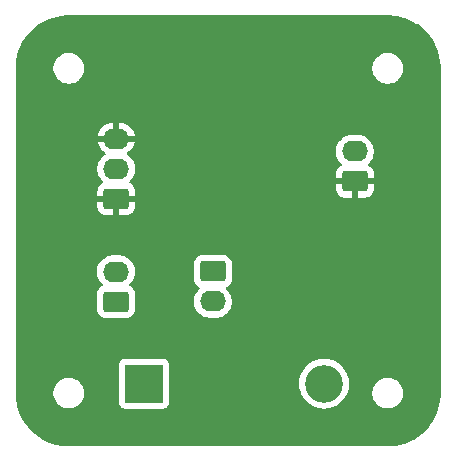
<source format=gbr>
%TF.GenerationSoftware,KiCad,Pcbnew,8.0.5*%
%TF.CreationDate,2024-09-30T19:38:02-05:00*%
%TF.ProjectId,HornProject_v0.0,486f726e-5072-46f6-9a65-63745f76302e,0.0*%
%TF.SameCoordinates,Original*%
%TF.FileFunction,Copper,L2,Bot*%
%TF.FilePolarity,Positive*%
%FSLAX46Y46*%
G04 Gerber Fmt 4.6, Leading zero omitted, Abs format (unit mm)*
G04 Created by KiCad (PCBNEW 8.0.5) date 2024-09-30 19:38:02*
%MOMM*%
%LPD*%
G01*
G04 APERTURE LIST*
G04 Aperture macros list*
%AMRoundRect*
0 Rectangle with rounded corners*
0 $1 Rounding radius*
0 $2 $3 $4 $5 $6 $7 $8 $9 X,Y pos of 4 corners*
0 Add a 4 corners polygon primitive as box body*
4,1,4,$2,$3,$4,$5,$6,$7,$8,$9,$2,$3,0*
0 Add four circle primitives for the rounded corners*
1,1,$1+$1,$2,$3*
1,1,$1+$1,$4,$5*
1,1,$1+$1,$6,$7*
1,1,$1+$1,$8,$9*
0 Add four rect primitives between the rounded corners*
20,1,$1+$1,$2,$3,$4,$5,0*
20,1,$1+$1,$4,$5,$6,$7,0*
20,1,$1+$1,$6,$7,$8,$9,0*
20,1,$1+$1,$8,$9,$2,$3,0*%
G04 Aperture macros list end*
%TA.AperFunction,ComponentPad*%
%ADD10RoundRect,0.250000X0.845000X-0.620000X0.845000X0.620000X-0.845000X0.620000X-0.845000X-0.620000X0*%
%TD*%
%TA.AperFunction,ComponentPad*%
%ADD11O,2.190000X1.740000*%
%TD*%
%TA.AperFunction,ComponentPad*%
%ADD12RoundRect,0.250000X-0.845000X0.620000X-0.845000X-0.620000X0.845000X-0.620000X0.845000X0.620000X0*%
%TD*%
%TA.AperFunction,ComponentPad*%
%ADD13R,3.200000X3.200000*%
%TD*%
%TA.AperFunction,ComponentPad*%
%ADD14O,3.200000X3.200000*%
%TD*%
%TA.AperFunction,ViaPad*%
%ADD15C,0.800000*%
%TD*%
G04 APERTURE END LIST*
D10*
%TO.P,Power_Connectors1,1,Pin_1*%
%TO.N,GND*%
X40020000Y-49540000D03*
D11*
%TO.P,Power_Connectors1,2,Pin_2*%
%TO.N,Net-(Power_Connectors1-Pin_2)*%
X40020000Y-47000000D03*
%TO.P,Power_Connectors1,3,Pin_3*%
%TO.N,GND*%
X40020000Y-44460000D03*
%TD*%
D10*
%TO.P,Horn_Out1,1,Pin_1*%
%TO.N,Net-(Horn_Out1-Pin_1)*%
X40000000Y-58250000D03*
D11*
%TO.P,Horn_Out1,2,Pin_2*%
%TO.N,+24V*%
X40000000Y-55710000D03*
%TD*%
D12*
%TO.P,Horn_Out2,1,Pin_1*%
%TO.N,/Horn Out*%
X48200000Y-55700000D03*
D11*
%TO.P,Horn_Out2,2,Pin_2*%
%TO.N,Net-(Horn_Out2-Pin_2)*%
X48200000Y-58240000D03*
%TD*%
D10*
%TO.P,Horn_Control1,1,Pin_1*%
%TO.N,GND*%
X60220000Y-48070000D03*
D11*
%TO.P,Horn_Control1,2,Pin_2*%
%TO.N,/Horn Control*%
X60220000Y-45530000D03*
%TD*%
D13*
%TO.P,Rectifier_Diode1,1,K*%
%TO.N,Net-(Horn_Out1-Pin_1)*%
X42380000Y-65200000D03*
D14*
%TO.P,Rectifier_Diode1,2,A*%
%TO.N,Net-(Horn_Out2-Pin_2)*%
X57620000Y-65200000D03*
%TD*%
D15*
%TO.N,GND*%
X56500000Y-53000000D03*
%TD*%
%TA.AperFunction,Conductor*%
%TO.N,GND*%
G36*
X63000692Y-34000007D02*
G01*
X63202929Y-34002343D01*
X63212931Y-34002863D01*
X63616336Y-34040244D01*
X63627654Y-34041823D01*
X63995590Y-34110602D01*
X64025200Y-34116137D01*
X64036351Y-34118760D01*
X64425313Y-34229429D01*
X64436151Y-34233061D01*
X64813285Y-34379164D01*
X64823747Y-34383784D01*
X65185760Y-34564044D01*
X65195748Y-34569607D01*
X65432071Y-34715932D01*
X65539599Y-34782511D01*
X65549048Y-34788984D01*
X65871779Y-35032699D01*
X65880580Y-35040008D01*
X66179448Y-35312462D01*
X66187542Y-35320556D01*
X66459987Y-35619414D01*
X66467304Y-35628225D01*
X66711015Y-35950951D01*
X66717488Y-35960400D01*
X66930387Y-36304242D01*
X66935960Y-36314249D01*
X67116211Y-36676244D01*
X67120838Y-36686721D01*
X67266934Y-37063837D01*
X67270573Y-37074697D01*
X67381239Y-37463650D01*
X67383862Y-37474799D01*
X67458174Y-37872332D01*
X67459756Y-37883676D01*
X67497135Y-38287064D01*
X67497656Y-38297073D01*
X67499992Y-38499307D01*
X67500000Y-38500739D01*
X67500000Y-65999260D01*
X67499992Y-66000692D01*
X67497656Y-66202926D01*
X67497135Y-66212935D01*
X67459756Y-66616323D01*
X67458174Y-66627667D01*
X67383862Y-67025200D01*
X67381239Y-67036349D01*
X67270573Y-67425302D01*
X67266934Y-67436162D01*
X67120838Y-67813278D01*
X67116211Y-67823755D01*
X66935960Y-68185750D01*
X66930387Y-68195757D01*
X66717488Y-68539599D01*
X66711015Y-68549048D01*
X66467304Y-68871774D01*
X66459987Y-68880585D01*
X66187542Y-69179443D01*
X66179443Y-69187542D01*
X65880585Y-69459987D01*
X65871774Y-69467304D01*
X65549048Y-69711015D01*
X65539599Y-69717488D01*
X65195757Y-69930387D01*
X65185750Y-69935960D01*
X64823755Y-70116211D01*
X64813278Y-70120838D01*
X64436162Y-70266934D01*
X64425302Y-70270573D01*
X64036349Y-70381239D01*
X64025200Y-70383862D01*
X63627667Y-70458174D01*
X63616323Y-70459756D01*
X63212935Y-70497135D01*
X63202926Y-70497656D01*
X63000693Y-70499992D01*
X62999261Y-70500000D01*
X36000739Y-70500000D01*
X35999307Y-70499992D01*
X35797073Y-70497656D01*
X35787064Y-70497135D01*
X35383676Y-70459756D01*
X35372332Y-70458174D01*
X34974799Y-70383862D01*
X34963650Y-70381239D01*
X34574697Y-70270573D01*
X34563837Y-70266934D01*
X34186721Y-70120838D01*
X34176244Y-70116211D01*
X33814249Y-69935960D01*
X33804242Y-69930387D01*
X33460400Y-69717488D01*
X33450951Y-69711015D01*
X33128225Y-69467304D01*
X33119414Y-69459987D01*
X32820556Y-69187542D01*
X32812457Y-69179443D01*
X32540012Y-68880585D01*
X32532695Y-68871774D01*
X32288984Y-68549048D01*
X32282511Y-68539599D01*
X32215932Y-68432071D01*
X32069607Y-68195748D01*
X32064044Y-68185760D01*
X31883784Y-67823747D01*
X31879161Y-67813278D01*
X31733061Y-67436151D01*
X31729429Y-67425313D01*
X31618760Y-67036349D01*
X31616137Y-67025200D01*
X31583132Y-66848637D01*
X31541823Y-66627654D01*
X31540244Y-66616336D01*
X31502863Y-66212931D01*
X31502343Y-66202926D01*
X31500008Y-66000692D01*
X31500000Y-65999260D01*
X31500000Y-65897648D01*
X34699500Y-65897648D01*
X34699500Y-66102351D01*
X34731522Y-66304534D01*
X34794781Y-66499223D01*
X34887715Y-66681613D01*
X35008028Y-66847213D01*
X35152786Y-66991971D01*
X35307749Y-67104556D01*
X35318390Y-67112287D01*
X35418430Y-67163260D01*
X35500776Y-67205218D01*
X35500778Y-67205218D01*
X35500781Y-67205220D01*
X35605137Y-67239127D01*
X35695465Y-67268477D01*
X35796557Y-67284488D01*
X35897648Y-67300500D01*
X35897649Y-67300500D01*
X36102351Y-67300500D01*
X36102352Y-67300500D01*
X36304534Y-67268477D01*
X36499219Y-67205220D01*
X36681610Y-67112287D01*
X36801476Y-67025200D01*
X36847213Y-66991971D01*
X36847215Y-66991968D01*
X36847219Y-66991966D01*
X36991966Y-66847219D01*
X36991968Y-66847215D01*
X36991971Y-66847213D01*
X37044732Y-66774590D01*
X37112287Y-66681610D01*
X37205220Y-66499219D01*
X37268477Y-66304534D01*
X37300500Y-66102352D01*
X37300500Y-65897648D01*
X37268477Y-65695466D01*
X37205220Y-65500781D01*
X37205218Y-65500778D01*
X37205218Y-65500776D01*
X37171503Y-65434607D01*
X37112287Y-65318390D01*
X37104556Y-65307749D01*
X36991971Y-65152786D01*
X36847213Y-65008028D01*
X36681613Y-64887715D01*
X36681612Y-64887714D01*
X36681610Y-64887713D01*
X36624653Y-64858691D01*
X36499223Y-64794781D01*
X36304534Y-64731522D01*
X36129995Y-64703878D01*
X36102352Y-64699500D01*
X35897648Y-64699500D01*
X35873329Y-64703351D01*
X35695465Y-64731522D01*
X35500776Y-64794781D01*
X35318386Y-64887715D01*
X35152786Y-65008028D01*
X35008028Y-65152786D01*
X34887715Y-65318386D01*
X34794781Y-65500776D01*
X34731522Y-65695465D01*
X34699500Y-65897648D01*
X31500000Y-65897648D01*
X31500000Y-63551345D01*
X40271500Y-63551345D01*
X40271500Y-66848654D01*
X40278011Y-66909202D01*
X40278011Y-66909204D01*
X40321277Y-67025200D01*
X40329111Y-67046204D01*
X40416739Y-67163261D01*
X40533796Y-67250889D01*
X40670799Y-67301989D01*
X40698050Y-67304918D01*
X40731345Y-67308499D01*
X40731362Y-67308500D01*
X44028638Y-67308500D01*
X44028654Y-67308499D01*
X44055692Y-67305591D01*
X44089201Y-67301989D01*
X44226204Y-67250889D01*
X44343261Y-67163261D01*
X44430889Y-67046204D01*
X44481989Y-66909201D01*
X44485591Y-66875692D01*
X44488499Y-66848654D01*
X44488500Y-66848637D01*
X44488500Y-65200000D01*
X55506573Y-65200000D01*
X55526257Y-65487778D01*
X55526258Y-65487780D01*
X55584941Y-65770185D01*
X55584946Y-65770201D01*
X55630241Y-65897648D01*
X55681541Y-66041992D01*
X55814247Y-66298103D01*
X55980591Y-66533758D01*
X55980595Y-66533762D01*
X55980595Y-66533763D01*
X56177477Y-66744571D01*
X56305412Y-66848654D01*
X56401228Y-66926606D01*
X56647686Y-67076481D01*
X56647688Y-67076482D01*
X56647690Y-67076483D01*
X56824066Y-67153093D01*
X56912256Y-67191400D01*
X57190011Y-67269223D01*
X57428404Y-67301989D01*
X57475774Y-67308500D01*
X57475775Y-67308500D01*
X57764226Y-67308500D01*
X57811596Y-67301989D01*
X58049989Y-67269223D01*
X58327744Y-67191400D01*
X58592314Y-67076481D01*
X58838772Y-66926606D01*
X59062526Y-66744568D01*
X59259409Y-66533758D01*
X59425753Y-66298103D01*
X59558459Y-66041992D01*
X59609759Y-65897648D01*
X61699500Y-65897648D01*
X61699500Y-66102351D01*
X61731522Y-66304534D01*
X61794781Y-66499223D01*
X61887715Y-66681613D01*
X62008028Y-66847213D01*
X62152786Y-66991971D01*
X62307749Y-67104556D01*
X62318390Y-67112287D01*
X62418430Y-67163260D01*
X62500776Y-67205218D01*
X62500778Y-67205218D01*
X62500781Y-67205220D01*
X62605137Y-67239127D01*
X62695465Y-67268477D01*
X62796557Y-67284488D01*
X62897648Y-67300500D01*
X62897649Y-67300500D01*
X63102351Y-67300500D01*
X63102352Y-67300500D01*
X63304534Y-67268477D01*
X63499219Y-67205220D01*
X63681610Y-67112287D01*
X63801476Y-67025200D01*
X63847213Y-66991971D01*
X63847215Y-66991968D01*
X63847219Y-66991966D01*
X63991966Y-66847219D01*
X63991968Y-66847215D01*
X63991971Y-66847213D01*
X64044732Y-66774590D01*
X64112287Y-66681610D01*
X64205220Y-66499219D01*
X64268477Y-66304534D01*
X64300500Y-66102352D01*
X64300500Y-65897648D01*
X64268477Y-65695466D01*
X64205220Y-65500781D01*
X64205218Y-65500778D01*
X64205218Y-65500776D01*
X64171503Y-65434607D01*
X64112287Y-65318390D01*
X64104556Y-65307749D01*
X63991971Y-65152786D01*
X63847213Y-65008028D01*
X63681613Y-64887715D01*
X63681612Y-64887714D01*
X63681610Y-64887713D01*
X63624653Y-64858691D01*
X63499223Y-64794781D01*
X63304534Y-64731522D01*
X63129995Y-64703878D01*
X63102352Y-64699500D01*
X62897648Y-64699500D01*
X62873329Y-64703351D01*
X62695465Y-64731522D01*
X62500776Y-64794781D01*
X62318386Y-64887715D01*
X62152786Y-65008028D01*
X62008028Y-65152786D01*
X61887715Y-65318386D01*
X61794781Y-65500776D01*
X61731522Y-65695465D01*
X61699500Y-65897648D01*
X59609759Y-65897648D01*
X59655055Y-65770196D01*
X59655055Y-65770191D01*
X59655058Y-65770185D01*
X59687331Y-65614870D01*
X59713742Y-65487778D01*
X59733427Y-65200000D01*
X59713742Y-64912222D01*
X59689337Y-64794780D01*
X59655058Y-64629814D01*
X59655053Y-64629798D01*
X59558459Y-64358009D01*
X59558459Y-64358008D01*
X59425753Y-64101897D01*
X59259409Y-63866242D01*
X59259404Y-63866236D01*
X59062522Y-63655428D01*
X58838771Y-63473393D01*
X58592309Y-63323516D01*
X58327745Y-63208600D01*
X58049995Y-63130778D01*
X58049990Y-63130777D01*
X58049989Y-63130777D01*
X57907107Y-63111138D01*
X57764226Y-63091500D01*
X57764225Y-63091500D01*
X57475775Y-63091500D01*
X57475774Y-63091500D01*
X57190011Y-63130777D01*
X57190004Y-63130778D01*
X56912254Y-63208600D01*
X56647690Y-63323516D01*
X56401228Y-63473393D01*
X56177477Y-63655428D01*
X55980595Y-63866236D01*
X55980595Y-63866237D01*
X55814247Y-64101896D01*
X55681540Y-64358009D01*
X55584946Y-64629798D01*
X55584941Y-64629814D01*
X55526258Y-64912219D01*
X55526257Y-64912221D01*
X55506573Y-65200000D01*
X44488500Y-65200000D01*
X44488500Y-63551362D01*
X44488499Y-63551345D01*
X44485157Y-63520270D01*
X44481989Y-63490799D01*
X44475497Y-63473394D01*
X44459522Y-63430564D01*
X44430889Y-63353796D01*
X44343261Y-63236739D01*
X44226204Y-63149111D01*
X44089203Y-63098011D01*
X44028654Y-63091500D01*
X44028638Y-63091500D01*
X40731362Y-63091500D01*
X40731345Y-63091500D01*
X40670797Y-63098011D01*
X40670795Y-63098011D01*
X40533795Y-63149111D01*
X40416739Y-63236739D01*
X40329111Y-63353795D01*
X40278011Y-63490795D01*
X40278011Y-63490797D01*
X40271500Y-63551345D01*
X31500000Y-63551345D01*
X31500000Y-55601504D01*
X38396500Y-55601504D01*
X38396500Y-55818495D01*
X38430442Y-56032796D01*
X38430443Y-56032800D01*
X38497494Y-56239160D01*
X38596001Y-56432492D01*
X38723539Y-56608033D01*
X38723541Y-56608035D01*
X38858139Y-56742633D01*
X38891624Y-56803956D01*
X38886640Y-56873648D01*
X38844768Y-56929581D01*
X38835556Y-56935852D01*
X38681348Y-57030969D01*
X38555971Y-57156346D01*
X38462886Y-57307259D01*
X38462884Y-57307264D01*
X38407113Y-57475572D01*
X38396500Y-57579447D01*
X38396500Y-58920537D01*
X38396501Y-58920553D01*
X38407113Y-59024427D01*
X38462884Y-59192735D01*
X38462885Y-59192738D01*
X38555970Y-59343652D01*
X38681348Y-59469030D01*
X38832262Y-59562115D01*
X39000574Y-59617887D01*
X39104455Y-59628500D01*
X40895544Y-59628499D01*
X40999426Y-59617887D01*
X41167738Y-59562115D01*
X41318652Y-59469030D01*
X41444030Y-59343652D01*
X41537115Y-59192738D01*
X41592887Y-59024426D01*
X41603500Y-58920545D01*
X41603499Y-57579456D01*
X41592887Y-57475574D01*
X41537115Y-57307262D01*
X41444030Y-57156348D01*
X41318652Y-57030970D01*
X41318648Y-57030967D01*
X41164444Y-56935852D01*
X41117719Y-56883904D01*
X41106498Y-56814942D01*
X41134341Y-56750860D01*
X41141838Y-56742655D01*
X41276461Y-56608033D01*
X41403999Y-56432492D01*
X41502506Y-56239160D01*
X41569557Y-56032800D01*
X41584642Y-55937551D01*
X41603500Y-55818495D01*
X41603500Y-55601504D01*
X41569557Y-55387203D01*
X41569557Y-55387200D01*
X41502506Y-55180840D01*
X41425368Y-55029447D01*
X46596500Y-55029447D01*
X46596500Y-56370537D01*
X46596501Y-56370553D01*
X46602829Y-56432492D01*
X46607113Y-56474426D01*
X46662885Y-56642738D01*
X46736114Y-56761461D01*
X46755971Y-56793653D01*
X46881347Y-56919029D01*
X46881351Y-56919032D01*
X47035555Y-57014147D01*
X47082280Y-57066095D01*
X47093501Y-57135057D01*
X47065658Y-57199139D01*
X47058140Y-57207366D01*
X46923538Y-57341968D01*
X46796001Y-57517507D01*
X46697495Y-57710837D01*
X46630442Y-57917203D01*
X46596500Y-58131504D01*
X46596500Y-58348495D01*
X46630442Y-58562796D01*
X46630443Y-58562800D01*
X46697494Y-58769160D01*
X46796001Y-58962492D01*
X46923539Y-59138033D01*
X47076967Y-59291461D01*
X47252508Y-59418999D01*
X47445840Y-59517506D01*
X47652200Y-59584557D01*
X47732566Y-59597285D01*
X47866505Y-59618500D01*
X47866510Y-59618500D01*
X48533495Y-59618500D01*
X48652551Y-59599642D01*
X48747800Y-59584557D01*
X48954160Y-59517506D01*
X49147492Y-59418999D01*
X49323033Y-59291461D01*
X49476461Y-59138033D01*
X49603999Y-58962492D01*
X49702506Y-58769160D01*
X49769557Y-58562800D01*
X49784642Y-58467551D01*
X49803500Y-58348495D01*
X49803500Y-58131504D01*
X49769557Y-57917203D01*
X49769557Y-57917200D01*
X49702506Y-57710840D01*
X49603999Y-57517508D01*
X49476461Y-57341967D01*
X49341860Y-57207366D01*
X49308375Y-57146043D01*
X49313359Y-57076351D01*
X49355231Y-57020418D01*
X49364444Y-57014146D01*
X49367735Y-57012115D01*
X49367738Y-57012115D01*
X49518652Y-56919030D01*
X49644030Y-56793652D01*
X49737115Y-56642738D01*
X49792887Y-56474426D01*
X49803500Y-56370545D01*
X49803499Y-55029456D01*
X49792887Y-54925574D01*
X49737115Y-54757262D01*
X49644030Y-54606348D01*
X49518652Y-54480970D01*
X49367738Y-54387885D01*
X49367735Y-54387884D01*
X49199427Y-54332113D01*
X49095545Y-54321500D01*
X47304462Y-54321500D01*
X47304446Y-54321501D01*
X47200572Y-54332113D01*
X47032264Y-54387884D01*
X47032259Y-54387886D01*
X46881346Y-54480971D01*
X46755971Y-54606346D01*
X46662886Y-54757259D01*
X46662884Y-54757264D01*
X46607113Y-54925572D01*
X46596500Y-55029447D01*
X41425368Y-55029447D01*
X41403999Y-54987508D01*
X41276461Y-54811967D01*
X41123033Y-54658539D01*
X40947492Y-54531001D01*
X40754160Y-54432494D01*
X40547800Y-54365443D01*
X40547798Y-54365442D01*
X40547796Y-54365442D01*
X40333495Y-54331500D01*
X40333490Y-54331500D01*
X39666510Y-54331500D01*
X39666505Y-54331500D01*
X39452203Y-54365442D01*
X39245837Y-54432495D01*
X39052507Y-54531001D01*
X38952355Y-54603766D01*
X38876967Y-54658539D01*
X38876965Y-54658541D01*
X38876964Y-54658541D01*
X38723541Y-54811964D01*
X38723541Y-54811965D01*
X38723539Y-54811967D01*
X38668766Y-54887355D01*
X38596001Y-54987507D01*
X38497495Y-55180837D01*
X38430442Y-55387203D01*
X38396500Y-55601504D01*
X31500000Y-55601504D01*
X31500000Y-46891504D01*
X38416500Y-46891504D01*
X38416500Y-47108495D01*
X38450442Y-47322796D01*
X38450443Y-47322800D01*
X38517494Y-47529160D01*
X38616001Y-47722492D01*
X38743539Y-47898033D01*
X38743541Y-47898035D01*
X38884317Y-48038811D01*
X38917802Y-48100134D01*
X38912818Y-48169826D01*
X38870946Y-48225759D01*
X38861733Y-48232031D01*
X38706654Y-48327684D01*
X38582684Y-48451654D01*
X38490643Y-48600875D01*
X38490641Y-48600880D01*
X38435494Y-48767302D01*
X38435493Y-48767309D01*
X38425000Y-48870013D01*
X38425000Y-49290000D01*
X39477291Y-49290000D01*
X39465548Y-49310339D01*
X39425000Y-49461667D01*
X39425000Y-49618333D01*
X39465548Y-49769661D01*
X39477291Y-49790000D01*
X38425001Y-49790000D01*
X38425001Y-50209986D01*
X38435494Y-50312697D01*
X38490641Y-50479119D01*
X38490643Y-50479124D01*
X38582684Y-50628345D01*
X38706654Y-50752315D01*
X38855875Y-50844356D01*
X38855880Y-50844358D01*
X39022302Y-50899505D01*
X39022309Y-50899506D01*
X39125019Y-50909999D01*
X39769999Y-50909999D01*
X39770000Y-50909998D01*
X39770000Y-50082709D01*
X39790339Y-50094452D01*
X39941667Y-50135000D01*
X40098333Y-50135000D01*
X40249661Y-50094452D01*
X40270000Y-50082709D01*
X40270000Y-50909999D01*
X40914972Y-50909999D01*
X40914986Y-50909998D01*
X41017697Y-50899505D01*
X41184119Y-50844358D01*
X41184124Y-50844356D01*
X41333345Y-50752315D01*
X41457315Y-50628345D01*
X41549356Y-50479124D01*
X41549358Y-50479119D01*
X41604505Y-50312697D01*
X41604506Y-50312690D01*
X41614999Y-50209986D01*
X41615000Y-50209973D01*
X41615000Y-49790000D01*
X40562709Y-49790000D01*
X40574452Y-49769661D01*
X40615000Y-49618333D01*
X40615000Y-49461667D01*
X40574452Y-49310339D01*
X40562709Y-49290000D01*
X41614999Y-49290000D01*
X41614999Y-48870028D01*
X41614998Y-48870013D01*
X41604505Y-48767302D01*
X41549358Y-48600880D01*
X41549356Y-48600875D01*
X41457315Y-48451654D01*
X41333345Y-48327684D01*
X41178266Y-48232031D01*
X41131542Y-48180083D01*
X41120319Y-48111120D01*
X41148163Y-48047038D01*
X41155660Y-48038833D01*
X41296461Y-47898033D01*
X41423999Y-47722492D01*
X41522506Y-47529160D01*
X41589557Y-47322800D01*
X41619955Y-47130875D01*
X41623500Y-47108495D01*
X41623500Y-46891504D01*
X41594593Y-46708999D01*
X41589557Y-46677200D01*
X41522506Y-46470840D01*
X41423999Y-46277508D01*
X41296461Y-46101967D01*
X41143033Y-45948539D01*
X40973083Y-45825063D01*
X40930419Y-45769734D01*
X40924440Y-45700121D01*
X40957046Y-45638326D01*
X40973085Y-45624428D01*
X41137491Y-45504979D01*
X41137497Y-45504974D01*
X41220967Y-45421504D01*
X58616500Y-45421504D01*
X58616500Y-45638495D01*
X58646050Y-45825064D01*
X58650443Y-45852800D01*
X58717494Y-46059160D01*
X58816001Y-46252492D01*
X58943539Y-46428033D01*
X58943541Y-46428035D01*
X59084317Y-46568811D01*
X59117802Y-46630134D01*
X59112818Y-46699826D01*
X59070946Y-46755759D01*
X59061733Y-46762031D01*
X58906654Y-46857684D01*
X58782684Y-46981654D01*
X58690643Y-47130875D01*
X58690641Y-47130880D01*
X58635494Y-47297302D01*
X58635493Y-47297309D01*
X58625000Y-47400013D01*
X58625000Y-47820000D01*
X59677291Y-47820000D01*
X59665548Y-47840339D01*
X59625000Y-47991667D01*
X59625000Y-48148333D01*
X59665548Y-48299661D01*
X59677291Y-48320000D01*
X58625001Y-48320000D01*
X58625001Y-48739986D01*
X58635494Y-48842697D01*
X58690641Y-49009119D01*
X58690643Y-49009124D01*
X58782684Y-49158345D01*
X58906654Y-49282315D01*
X59055875Y-49374356D01*
X59055880Y-49374358D01*
X59222302Y-49429505D01*
X59222309Y-49429506D01*
X59325019Y-49439999D01*
X59969999Y-49439999D01*
X59970000Y-49439998D01*
X59970000Y-48612709D01*
X59990339Y-48624452D01*
X60141667Y-48665000D01*
X60298333Y-48665000D01*
X60449661Y-48624452D01*
X60470000Y-48612709D01*
X60470000Y-49439999D01*
X61114972Y-49439999D01*
X61114986Y-49439998D01*
X61217697Y-49429505D01*
X61384119Y-49374358D01*
X61384124Y-49374356D01*
X61533345Y-49282315D01*
X61657315Y-49158345D01*
X61749356Y-49009124D01*
X61749358Y-49009119D01*
X61804505Y-48842697D01*
X61804506Y-48842690D01*
X61814999Y-48739986D01*
X61815000Y-48739973D01*
X61815000Y-48320000D01*
X60762709Y-48320000D01*
X60774452Y-48299661D01*
X60815000Y-48148333D01*
X60815000Y-47991667D01*
X60774452Y-47840339D01*
X60762709Y-47820000D01*
X61814999Y-47820000D01*
X61814999Y-47400028D01*
X61814998Y-47400013D01*
X61804505Y-47297302D01*
X61749358Y-47130880D01*
X61749356Y-47130875D01*
X61657315Y-46981654D01*
X61533345Y-46857684D01*
X61378266Y-46762031D01*
X61331542Y-46710083D01*
X61320319Y-46641120D01*
X61348163Y-46577038D01*
X61355660Y-46568833D01*
X61496461Y-46428033D01*
X61623999Y-46252492D01*
X61722506Y-46059160D01*
X61789557Y-45852800D01*
X61816964Y-45679758D01*
X61823500Y-45638495D01*
X61823500Y-45421504D01*
X61789557Y-45207203D01*
X61789557Y-45207200D01*
X61722506Y-45000840D01*
X61623999Y-44807508D01*
X61496461Y-44631967D01*
X61343033Y-44478539D01*
X61167492Y-44351001D01*
X60974160Y-44252494D01*
X60767800Y-44185443D01*
X60767798Y-44185442D01*
X60767796Y-44185442D01*
X60553495Y-44151500D01*
X60553490Y-44151500D01*
X59886510Y-44151500D01*
X59886505Y-44151500D01*
X59672203Y-44185442D01*
X59672200Y-44185443D01*
X59534026Y-44230339D01*
X59465837Y-44252495D01*
X59272507Y-44351001D01*
X59172355Y-44423766D01*
X59096967Y-44478539D01*
X59096965Y-44478541D01*
X59096964Y-44478541D01*
X58943541Y-44631964D01*
X58943541Y-44631965D01*
X58943539Y-44631967D01*
X58901622Y-44689661D01*
X58816001Y-44807507D01*
X58717495Y-45000837D01*
X58650442Y-45207203D01*
X58616500Y-45421504D01*
X41220967Y-45421504D01*
X41289974Y-45352497D01*
X41289974Y-45352496D01*
X41416728Y-45178036D01*
X41514627Y-44985901D01*
X41581266Y-44780809D01*
X41592481Y-44710000D01*
X40562709Y-44710000D01*
X40574452Y-44689661D01*
X40615000Y-44538333D01*
X40615000Y-44381667D01*
X40574452Y-44230339D01*
X40562709Y-44210000D01*
X41592481Y-44210000D01*
X41581266Y-44139190D01*
X41514627Y-43934098D01*
X41416728Y-43741963D01*
X41289974Y-43567503D01*
X41289974Y-43567502D01*
X41137497Y-43415025D01*
X40963036Y-43288271D01*
X40770901Y-43190372D01*
X40565809Y-43123734D01*
X40352820Y-43090000D01*
X40270000Y-43090000D01*
X40270000Y-43917290D01*
X40249661Y-43905548D01*
X40098333Y-43865000D01*
X39941667Y-43865000D01*
X39790339Y-43905548D01*
X39770000Y-43917290D01*
X39770000Y-43090000D01*
X39687180Y-43090000D01*
X39474190Y-43123734D01*
X39269098Y-43190372D01*
X39076963Y-43288271D01*
X38902503Y-43415025D01*
X38902502Y-43415025D01*
X38750025Y-43567502D01*
X38750025Y-43567503D01*
X38623271Y-43741963D01*
X38525372Y-43934098D01*
X38458733Y-44139190D01*
X38447519Y-44210000D01*
X39477291Y-44210000D01*
X39465548Y-44230339D01*
X39425000Y-44381667D01*
X39425000Y-44538333D01*
X39465548Y-44689661D01*
X39477291Y-44710000D01*
X38447519Y-44710000D01*
X38458733Y-44780809D01*
X38525372Y-44985901D01*
X38623271Y-45178036D01*
X38750025Y-45352496D01*
X38750025Y-45352497D01*
X38902502Y-45504974D01*
X39066915Y-45624428D01*
X39109580Y-45679758D01*
X39115559Y-45749372D01*
X39082953Y-45811167D01*
X39066915Y-45825064D01*
X39028746Y-45852796D01*
X38896967Y-45948539D01*
X38896965Y-45948541D01*
X38896964Y-45948541D01*
X38743541Y-46101964D01*
X38743541Y-46101965D01*
X38743539Y-46101967D01*
X38688766Y-46177355D01*
X38616001Y-46277507D01*
X38517495Y-46470837D01*
X38450442Y-46677203D01*
X38416500Y-46891504D01*
X31500000Y-46891504D01*
X31500000Y-38500739D01*
X31500008Y-38499307D01*
X31501182Y-38397648D01*
X34699500Y-38397648D01*
X34699500Y-38602351D01*
X34731522Y-38804534D01*
X34794781Y-38999223D01*
X34887715Y-39181613D01*
X35008028Y-39347213D01*
X35152786Y-39491971D01*
X35307749Y-39604556D01*
X35318390Y-39612287D01*
X35434607Y-39671503D01*
X35500776Y-39705218D01*
X35500778Y-39705218D01*
X35500781Y-39705220D01*
X35605137Y-39739127D01*
X35695465Y-39768477D01*
X35796557Y-39784488D01*
X35897648Y-39800500D01*
X35897649Y-39800500D01*
X36102351Y-39800500D01*
X36102352Y-39800500D01*
X36304534Y-39768477D01*
X36499219Y-39705220D01*
X36681610Y-39612287D01*
X36774590Y-39544732D01*
X36847213Y-39491971D01*
X36847215Y-39491968D01*
X36847219Y-39491966D01*
X36991966Y-39347219D01*
X36991968Y-39347215D01*
X36991971Y-39347213D01*
X37044732Y-39274590D01*
X37112287Y-39181610D01*
X37205220Y-38999219D01*
X37268477Y-38804534D01*
X37300500Y-38602352D01*
X37300500Y-38397648D01*
X61699500Y-38397648D01*
X61699500Y-38602351D01*
X61731522Y-38804534D01*
X61794781Y-38999223D01*
X61887715Y-39181613D01*
X62008028Y-39347213D01*
X62152786Y-39491971D01*
X62307749Y-39604556D01*
X62318390Y-39612287D01*
X62434607Y-39671503D01*
X62500776Y-39705218D01*
X62500778Y-39705218D01*
X62500781Y-39705220D01*
X62605137Y-39739127D01*
X62695465Y-39768477D01*
X62796557Y-39784488D01*
X62897648Y-39800500D01*
X62897649Y-39800500D01*
X63102351Y-39800500D01*
X63102352Y-39800500D01*
X63304534Y-39768477D01*
X63499219Y-39705220D01*
X63681610Y-39612287D01*
X63774590Y-39544732D01*
X63847213Y-39491971D01*
X63847215Y-39491968D01*
X63847219Y-39491966D01*
X63991966Y-39347219D01*
X63991968Y-39347215D01*
X63991971Y-39347213D01*
X64044732Y-39274590D01*
X64112287Y-39181610D01*
X64205220Y-38999219D01*
X64268477Y-38804534D01*
X64300500Y-38602352D01*
X64300500Y-38397648D01*
X64268477Y-38195466D01*
X64205220Y-38000781D01*
X64205218Y-38000778D01*
X64205218Y-38000776D01*
X64145552Y-37883676D01*
X64112287Y-37818390D01*
X64104556Y-37807749D01*
X63991971Y-37652786D01*
X63847213Y-37508028D01*
X63681613Y-37387715D01*
X63681612Y-37387714D01*
X63681610Y-37387713D01*
X63624653Y-37358691D01*
X63499223Y-37294781D01*
X63304534Y-37231522D01*
X63129995Y-37203878D01*
X63102352Y-37199500D01*
X62897648Y-37199500D01*
X62873329Y-37203351D01*
X62695465Y-37231522D01*
X62500776Y-37294781D01*
X62318386Y-37387715D01*
X62152786Y-37508028D01*
X62008028Y-37652786D01*
X61887715Y-37818386D01*
X61794781Y-38000776D01*
X61731522Y-38195465D01*
X61699500Y-38397648D01*
X37300500Y-38397648D01*
X37268477Y-38195466D01*
X37205220Y-38000781D01*
X37205218Y-38000778D01*
X37205218Y-38000776D01*
X37145552Y-37883676D01*
X37112287Y-37818390D01*
X37104556Y-37807749D01*
X36991971Y-37652786D01*
X36847213Y-37508028D01*
X36681613Y-37387715D01*
X36681612Y-37387714D01*
X36681610Y-37387713D01*
X36624653Y-37358691D01*
X36499223Y-37294781D01*
X36304534Y-37231522D01*
X36129995Y-37203878D01*
X36102352Y-37199500D01*
X35897648Y-37199500D01*
X35873329Y-37203351D01*
X35695465Y-37231522D01*
X35500776Y-37294781D01*
X35318386Y-37387715D01*
X35152786Y-37508028D01*
X35008028Y-37652786D01*
X34887715Y-37818386D01*
X34794781Y-38000776D01*
X34731522Y-38195465D01*
X34699500Y-38397648D01*
X31501182Y-38397648D01*
X31502343Y-38297073D01*
X31502864Y-38287064D01*
X31511352Y-38195465D01*
X31540245Y-37883660D01*
X31541822Y-37872348D01*
X31616137Y-37474796D01*
X31618760Y-37463650D01*
X31729431Y-37074680D01*
X31733058Y-37063855D01*
X31879167Y-36686705D01*
X31883780Y-36676260D01*
X32064049Y-36314230D01*
X32069601Y-36304260D01*
X32282514Y-35960394D01*
X32288984Y-35950951D01*
X32532707Y-35628209D01*
X32539998Y-35619429D01*
X32812472Y-35320540D01*
X32820540Y-35312472D01*
X33119429Y-35039998D01*
X33128209Y-35032707D01*
X33450956Y-34788980D01*
X33460394Y-34782514D01*
X33804260Y-34569601D01*
X33814230Y-34564049D01*
X34176260Y-34383780D01*
X34186705Y-34379167D01*
X34563855Y-34233058D01*
X34574680Y-34229431D01*
X34963652Y-34118759D01*
X34974796Y-34116137D01*
X35372348Y-34041822D01*
X35383660Y-34040245D01*
X35787069Y-34002863D01*
X35797069Y-34002343D01*
X35999307Y-34000007D01*
X36000739Y-34000000D01*
X62999261Y-34000000D01*
X63000692Y-34000007D01*
G37*
%TD.AperFunction*%
%TD*%
M02*

</source>
